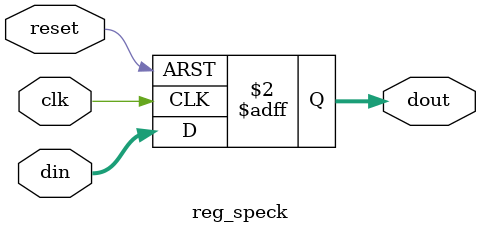
<source format=v>
`timescale 1ns / 1ps

module reg_speck(din,
                 dout,
                 clk,
                 reset
    );
    input[63:0] din;
    input clk,reset;
    output reg [63:0] dout;
    
    always @ (posedge clk or posedge reset)
    begin
         if (reset)
         dout <=64'd0;
         else
         dout <= din;
    end
        
endmodule

</source>
